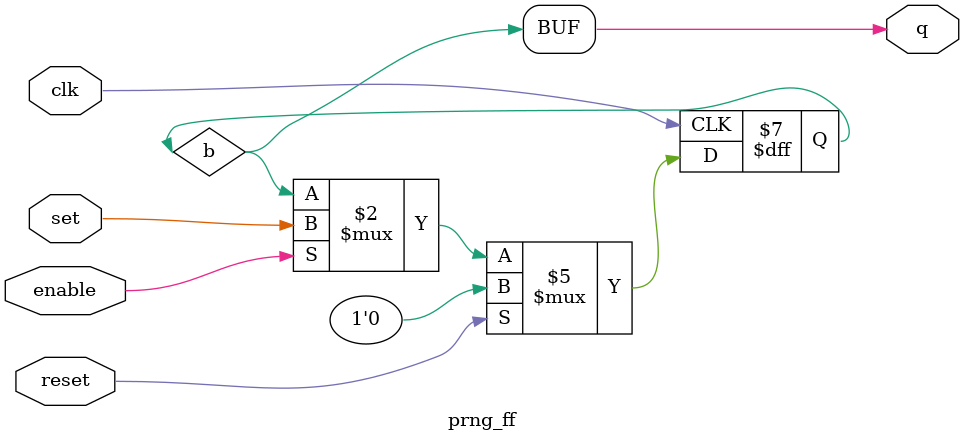
<source format=v>
/**Columbia University EECS 4340 Computer Hardware Design**/
/**Fall 2010 Final Project**/
/**Scott Rogowski, Hsin-Tien Shen, Yipeng Huang**/
/**AESelerator**/

/*Basically a SR-flipflop with an enable bit so that the flipflop cannot be changed without first being enabled.  Reset of course still changes the flipflop to 0.*/

module prng_ff (clk, reset, enable, set, q);

	input clk;
	input reset;
	input enable;
	input set;
	
	output q;

	//flipflops store a value
	reg b;

	//change the value on the clock edge
	always @(posedge clk) begin
		if(reset)
			b <= 0;
		else if (enable)
			b <= set;
	end

	//q is always bit
	assign q = b;
			
endmodule
</source>
